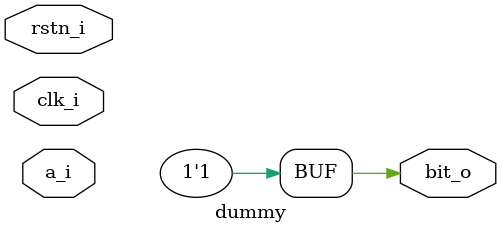
<source format=sv>
module dummy(
  input  logic  rstn_i,
  input  logic  clk_i,
  input  logic  a_i,
  output logic  bit_o 
  );
  
  assign bit_o = a_i | 1'b1;
endmodule

</source>
